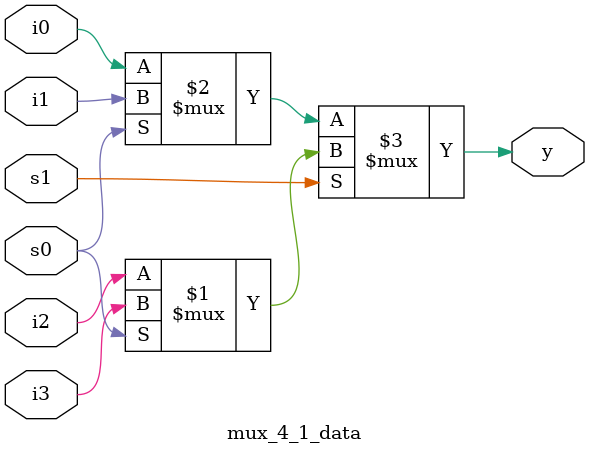
<source format=v>
module mux_4_1_data (
input i0, i1, i2, i3, s0, s1,
output reg y);

//00->i0, 01->i1,
 
//10->i2, 11-> i3
//10 -> 1->s1, 0-> s0
assign y = s1 ? (s0 ? i3 : i2) : (s0 ? i1 : i0);

endmodule

</source>
